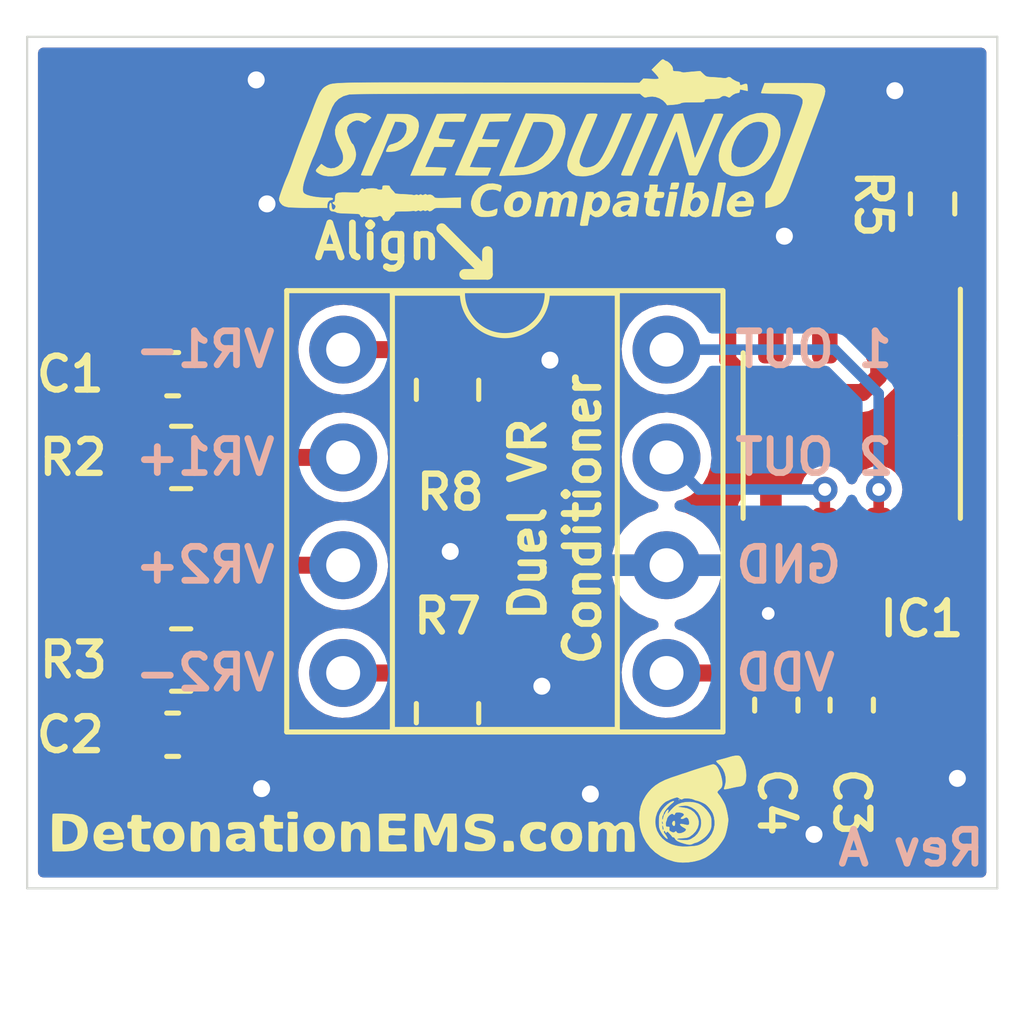
<source format=kicad_pcb>
(kicad_pcb (version 20211014) (generator pcbnew)
  (layers (0 "F.Cu" signal) (31 "B.Cu" signal) (34 "B.Paste" user) (35 "F.Paste" user) (36 "B.SilkS" user "B.Silkscreen") (37 "F.SilkS" user "F.Silkscreen") (38 "B.Mask" user) (39 "F.Mask" user) (44 "Edge.Cuts" user))
  (net 0 "")
  (net 1 "VR1+")
  (net 2 "VR2+")
  (net 3 "VDD")
  (net 4 "GND")
  (net 5 "VR1OUT")
  (net 6 "VR2OUT")
  (net 7 "Net-(C1-Pad2)")
  (net 8 "Net-(C2-Pad1)")
  (net 9 "Net-(C3-Pad1)")
  (net 10 "VR1-")
  (net 11 "VR2-")
  (footprint "Misc:DIP-8_W7.62mm_Socket_VRConditioner" (layer "F.Cu") (at 161.4974 90.1758)
    (fp_text reference "J1" hide)
    (fp_text value "Speedy VR Mount")
    (pad "1" thru_hole circle locked (at 0 0) (size 1.6 1.6) (drill 0.8) (layers *.Cu *.Mask) (net 10 "VR1-"))
    (pad "2" thru_hole oval locked (at 0 2.54) (size 1.6 1.6) (drill 0.8) (layers *.Cu *.Mask) (net 1 "VR1+"))
    (pad "3" thru_hole oval locked (at 0 5.08) (size 1.6 1.6) (drill 0.8) (layers *.Cu *.Mask) (net 2 "VR2+"))
    (pad "4" thru_hole oval locked (at 0 7.62) (size 1.6 1.6) (drill 0.8) (layers *.Cu *.Mask) (net 11 "VR2-"))
    (pad "5" thru_hole oval locked (at 7.62 7.62) (size 1.6 1.6) (drill 0.8) (layers *.Cu *.Mask) (net 3 "VDD"))
    (pad "6" thru_hole oval locked (at 7.62 5.08) (size 1.6 1.6) (drill 0.8) (layers *.Cu *.Mask) (net 4 "GND"))
    (pad "7" thru_hole oval locked (at 7.62 2.54) (size 1.6 1.6) (drill 0.8) (layers *.Cu *.Mask) (net 6 "VR2OUT"))
    (pad "8" thru_hole oval locked (at 7.62 0) (size 1.6 1.6) (drill 0.8) (layers *.Cu *.Mask) (net 5 "VR1OUT"))
  )
  (footprint "Capacitor_SMD:C_0603_1608Metric" (layer "F.Cu") (at 157.48 90.7542 180)
    (fp_text reference "C1" (at 2.413 0 unlocked) (layer "F.SilkS") (effects (font (size 0.8 0.8))))
    (fp_text value "22nF")
    (pad "1" smd roundrect locked (at -0.775 0 180) (size 0.9 0.95) (layers "F.Cu" "F.Paste" "F.Mask") (net 4 "GND"))
    (pad "2" smd roundrect locked (at 0.775 0 180) (size 0.9 0.95) (layers "F.Cu" "F.Paste" "F.Mask") (net 7 "Net-(C1-Pad2)"))
  )
  (footprint "Capacitor_SMD:C_0603_1608Metric" (layer "F.Cu") (at 157.48 99.2505)
    (fp_text reference "C2" (at -2.413 0 unlocked) (layer "F.SilkS") (effects (font (size 0.8 0.8))))
    (fp_text value "22nF")
    (pad "1" smd roundrect locked (at -0.775 0) (size 0.9 0.95) (layers "F.Cu" "F.Paste" "F.Mask") (net 8 "Net-(C2-Pad1)"))
    (pad "2" smd roundrect locked (at 0.775 0) (size 0.9 0.95) (layers "F.Cu" "F.Paste" "F.Mask") (net 4 "GND"))
  )
  (footprint "Capacitor_SMD:C_0603_1608Metric" (layer "F.Cu") (at 173.482 98.552 90)
    (fp_text reference "C3" (at -2.286 0 270 unlocked) (layer "F.SilkS") (effects (font (size 0.8 0.8))))
    (fp_text value "22nF")
    (pad "1" smd roundrect locked (at -0.775 0 90) (size 0.9 0.95) (layers "F.Cu" "F.Paste" "F.Mask") (net 9 "Net-(C3-Pad1)"))
    (pad "2" smd roundrect locked (at 0.775 0 90) (size 0.9 0.95) (layers "F.Cu" "F.Paste" "F.Mask") (net 3 "VDD"))
  )
  (footprint "Capacitor_SMD:C_0603_1608Metric" (layer "F.Cu") (at 171.704 98.552 -90)
    (fp_text reference "C4" (at 2.286 0 -90 unlocked) (layer "F.SilkS") (effects (font (size 0.8 0.8))))
    (fp_text value "220nF")
    (pad "1" smd roundrect locked (at -0.775 0 270) (size 0.9 0.95) (layers "F.Cu" "F.Paste" "F.Mask") (net 3 "VDD"))
    (pad "2" smd roundrect locked (at 0.775 0 270) (size 0.9 0.95) (layers "F.Cu" "F.Paste" "F.Mask") (net 4 "GND"))
  )
  (footprint "Package_SO:SO-8_3.9x4.9mm_P1.27mm" (layer "F.Cu") (at 173.482 92.202 -90)
    (fp_text reference "IC1" (at 4.318 -1.651 unlocked) (layer "F.SilkS") (effects (font (size 0.8 0.8))))
    (fp_text value "NCV1124")
    (pad "1" smd roundrect locked (at -2.575 -1.905 270) (size 1.75 0.6) (layers "F.Cu" "F.Paste" "F.Mask") (net 9 "Net-(C3-Pad1)"))
    (pad "2" smd roundrect locked (at -2.575 -0.635 270) (size 1.75 0.6) (layers "F.Cu" "F.Paste" "F.Mask") (net 7 "Net-(C1-Pad2)"))
    (pad "3" smd roundrect locked (at -2.575 0.635 270) (size 1.75 0.6) (layers "F.Cu" "F.Paste" "F.Mask") (net 8 "Net-(C2-Pad1)"))
    (pad "4" smd roundrect locked (at -2.575 1.905 270) (size 1.75 0.6) (layers "F.Cu" "F.Paste" "F.Mask") (net 4 "GND"))
    (pad "5" smd roundrect locked (at 2.575 1.905 270) (size 1.75 0.6) (layers "F.Cu" "F.Paste" "F.Mask") (net 4 "GND"))
    (pad "6" smd roundrect locked (at 2.575 0.635 270) (size 1.75 0.6) (layers "F.Cu" "F.Paste" "F.Mask") (net 6 "VR2OUT"))
    (pad "7" smd roundrect locked (at 2.575 -0.635 270) (size 1.75 0.6) (layers "F.Cu" "F.Paste" "F.Mask") (net 5 "VR1OUT"))
    (pad "8" smd roundrect locked (at 2.575 -1.905 270) (size 1.75 0.6) (layers "F.Cu" "F.Paste" "F.Mask") (net 3 "VDD"))
  )
  (footprint "Resistor_SMD:R_0805_2012Metric" (layer "F.Cu") (at 157.68 92.7168)
    (fp_text reference "R2" (at -2.548 0 unlocked) (layer "F.SilkS") (effects (font (size 0.8 0.8))))
    (fp_text value "16k")
    (pad "1" smd roundrect locked (at -0.9125 0) (size 1.025 1.4) (layers "F.Cu" "F.Paste" "F.Mask") (roundrect_rratio 0.243902) (net 7 "Net-(C1-Pad2)"))
    (pad "2" smd roundrect locked (at 0.9125 0) (size 1.025 1.4) (layers "F.Cu" "F.Paste" "F.Mask") (roundrect_rratio 0.243902) (net 1 "VR1+"))
  )
  (footprint "Resistor_SMD:R_0805_2012Metric" (layer "F.Cu") (at 157.68 97.4902)
    (fp_text reference "R3" (at -2.54 0 unlocked) (layer "F.SilkS") (effects (font (size 0.8 0.8))))
    (fp_text value "16k")
    (pad "1" smd roundrect locked (at -0.9125 0) (size 1.025 1.4) (layers "F.Cu" "F.Paste" "F.Mask") (roundrect_rratio 0.243902) (net 8 "Net-(C2-Pad1)"))
    (pad "2" smd roundrect locked (at 0.9125 0) (size 1.025 1.4) (layers "F.Cu" "F.Paste" "F.Mask") (roundrect_rratio 0.243902) (net 2 "VR2+"))
  )
  (footprint "Resistor_SMD:R_0603_1608Metric" (layer "F.Cu") (at 175.387 86.741 -90)
    (fp_text reference "R5" (at 0 1.397 -90 unlocked) (layer "F.SilkS") (effects (font (size 0.8 0.8))))
    (fp_text value "18k")
    (pad "1" smd roundrect locked (at -0.825 0 270) (size 0.8 0.95) (layers "F.Cu" "F.Paste" "F.Mask") (net 4 "GND"))
    (pad "2" smd roundrect locked (at 0.825 0 270) (size 0.8 0.95) (layers "F.Cu" "F.Paste" "F.Mask") (net 9 "Net-(C3-Pad1)"))
  )
  (footprint "Resistor_SMD:R_0805_2012Metric" (layer "F.Cu") (at 163.957 98.7425 -90)
    (fp_text reference "R7" (at -2.286 0 unlocked) (layer "F.SilkS") (effects (font (size 0.8 0.8))))
    (fp_text value "1k")
    (pad "1" smd roundrect locked (at -0.9125 0 270) (size 1.025 1.4) (layers "F.Cu" "F.Paste" "F.Mask") (roundrect_rratio 0.243902) (net 11 "VR2-"))
    (pad "2" smd roundrect locked (at 0.9125 0 270) (size 1.025 1.4) (layers "F.Cu" "F.Paste" "F.Mask") (roundrect_rratio 0.243902) (net 4 "GND"))
  )
  (footprint "Resistor_SMD:R_0805_2012Metric" (layer "F.Cu") (at 163.957 91.1225 -90)
    (fp_text reference "R8" (at 2.413 -0.0635 unlocked) (layer "F.SilkS") (effects (font (size 0.8 0.8))))
    (fp_text value "1k")
    (pad "1" smd roundrect locked (at -0.9125 0 270) (size 1.025 1.4) (layers "F.Cu" "F.Paste" "F.Mask") (roundrect_rratio 0.243902) (net 10 "VR1-"))
    (pad "2" smd roundrect locked (at 0.9125 0 270) (size 1.025 1.4) (layers "F.Cu" "F.Paste" "F.Mask") (roundrect_rratio 0.243902) (net 4 "GND"))
  )
  (footprint "Detonation:SpeeduinoCompatible-14mm" (layer "F.Cu") (at 166.4208 85.2424)
    (fp_text reference "G1" hide)
    (fp_text value "Logo_Open_Hardware_Small" hide)
  )
  (footprint "Detonation:DetonationEMS-17mm" (layer "F.Cu") (at 162.814 100.9904)
    (fp_text reference "G2" hide)
    (fp_text value "Logo_Open_Hardware_Small" hide)
  )
  (gr_line (start 154.051 102.87) (end 154.051 82.804) (layer "Edge.Cuts") (width 0.05))
  (gr_line (start 176.911 102.87) (end 154.051 102.87) (layer "Edge.Cuts") (width 0.05))
  (gr_line (start 176.911 82.804) (end 176.911 102.87) (layer "Edge.Cuts") (width 0.05))
  (gr_line (start 154.051 82.804) (end 176.911 82.804) (layer "Edge.Cuts") (width 0.05))
  (gr_text "VR2-" (at 158.242 97.79) (layer "B.SilkS") (effects (font (size 0.8 0.8) (thickness 0.16)) (justify mirror)))
  (gr_text "1 OUT" (at 172.586857 90.17) (layer "B.SilkS") (effects (font (size 0.8 0.8) (thickness 0.16)) (justify mirror)))
  (gr_text "GND" (at 171.996476 95.25) (layer "B.SilkS") (effects (font (size 0.8 0.8) (thickness 0.16)) (justify mirror)))
  (gr_text "2 OUT" (at 172.586857 92.71) (layer "B.SilkS") (effects (font (size 0.8 0.8) (thickness 0.16)) (justify mirror)))
  (gr_text "VDD" (at 171.920285 97.79) (layer "B.SilkS") (effects (font (size 0.8 0.8) (thickness 0.16)) (justify mirror)))
  (gr_text "Rev A" (at 174.879 101.9175) (layer "B.SilkS") (effects (font (size 0.8 0.8) (thickness 0.16)) (justify mirror)))
  (gr_text "VR2+" (at 158.242 95.25) (layer "B.SilkS") (effects (font (size 0.8 0.8) (thickness 0.16)) (justify mirror)))
  (gr_text "VR1-" (at 158.242 90.17) (layer "B.SilkS") (effects (font (size 0.8 0.8) (thickness 0.16)) (justify mirror)))
  (gr_text "VR1+" (at 158.242 92.71) (layer "B.SilkS") (effects (font (size 0.8 0.8) (thickness 0.16)) (justify mirror)))
  (gr_text "→" (at 164.465 87.757 -45) (layer "F.SilkS") (effects (font (size 2 2) (thickness 0.25))))
  (gr_text "Duel VR\nConditioner" (at 166.497 94.1705 90) (layer "F.SilkS") (effects (font (size 0.8 0.8) (thickness 0.16))))
  (gr_text "Align" (at 162.306 87.63) (layer "F.SilkS") (effects (font (size 0.8 0.8) (thickness 0.16))))
  (segment (start 158.5935 92.7158) (end 158.5925 92.7168) (width 0.4) (layer "F.Cu") (net 1))
  (segment (start 161.4974 92.7158) (end 158.5935 92.7158) (width 0.4) (layer "F.Cu") (net 1))
  (segment (start 158.5925 95.5099) (end 158.5925 97.4902) (width 0.4) (layer "F.Cu") (net 2))
  (segment (start 158.8466 95.2558) (end 158.5925 95.5099) (width 0.4) (layer "F.Cu") (net 2))
  (segment (start 161.4974 95.2558) (end 158.8466 95.2558) (width 0.4) (layer "F.Cu") (net 2))
  (segment (start 169.1174 97.7958) (end 175.1388 97.7958) (width 0.4) (layer "F.Cu") (net 3))
  (segment (start 175.387 97.5476) (end 175.1388 97.7958) (width 0.4) (layer "F.Cu") (net 3))
  (segment (start 175.387 94.777) (end 175.387 97.5476) (width 0.4) (layer "F.Cu") (net 3))
  (via (at 159.7025 86.741) (size 0.9) (drill 0.4) (layers "F.Cu" "B.Cu") (net 4))
  (via (at 166.1795 98.1075) (size 0.9) (drill 0.4) (layers "F.Cu" "B.Cu") (net 4))
  (via (at 159.4485 83.82) (size 0.9) (drill 0.4) (layers "F.Cu" "B.Cu") (net 4))
  (via (at 167.3225 100.6475) (size 0.9) (drill 0.4) (layers "F.Cu" "B.Cu") (net 4))
  (via (at 159.5755 100.5205) (size 0.9) (drill 0.4) (layers "F.Cu" "B.Cu") (net 4))
  (via (at 174.498 84.074) (size 0.9) (drill 0.4) (layers "F.Cu" "B.Cu") (net 4))
  (via (at 171.5135 96.393) (size 0.6) (drill 0.3) (layers "F.Cu" "B.Cu") (net 4))
  (via (at 175.9712 100.2792) (size 0.9) (drill 0.4) (layers "F.Cu" "B.Cu") (net 4))
  (via (at 164.0205 94.9325) (size 0.9) (drill 0.4) (layers "F.Cu" "B.Cu") (net 4))
  (via (at 171.8945 87.503) (size 0.9) (drill 0.4) (layers "F.Cu" "B.Cu") (net 4))
  (via (at 166.37 90.424) (size 0.9) (drill 0.4) (layers "F.Cu" "B.Cu") (net 4))
  (via (at 172.593 101.6) (size 0.9) (drill 0.4) (layers "F.Cu" "B.Cu") (net 4))
  (segment (start 174.117 94.777) (end 174.117 93.472) (width 0.25) (layer "F.Cu") (net 5))
  (via (at 174.117 93.472) (size 0.6) (drill 0.3) (layers "F.Cu" "B.Cu") (net 5))
  (segment (start 174.117 93.472) (end 174.117 91.2114) (width 0.25) (layer "B.Cu") (net 5))
  (segment (start 174.117 91.2114) (end 173.0814 90.1758) (width 0.25) (layer "B.Cu") (net 5))
  (segment (start 173.0814 90.1758) (end 169.1174 90.1758) (width 0.25) (layer "B.Cu") (net 5))
  (segment (start 172.847 94.777) (end 172.847 93.472) (width 0.25) (layer "F.Cu") (net 6))
  (via (at 172.847 93.472) (size 0.6) (drill 0.3) (layers "F.Cu" "B.Cu") (net 6))
  (segment (start 172.847 93.472) (end 169.8736 93.472) (width 0.25) (layer "B.Cu") (net 6))
  (segment (start 169.8736 93.472) (end 169.1174 92.7158) (width 0.25) (layer "B.Cu") (net 6))
  (segment (start 170.18 87.884) (end 157.099 87.884) (width 0.4) (layer "F.Cu") (net 7))
  (segment (start 174.117 89.627) (end 174.117 90.805) (width 0.4) (layer "F.Cu") (net 7))
  (segment (start 156.705 92.6543) (end 156.7675 92.7168) (width 0.4) (layer "F.Cu") (net 7))
  (segment (start 157.099 87.884) (end 156.705 88.278) (width 0.4) (layer "F.Cu") (net 7))
  (segment (start 170.561 88.265) (end 170.18 87.884) (width 0.4) (layer "F.Cu") (net 7))
  (segment (start 174.117 90.805) (end 173.736 91.186) (width 0.4) (layer "F.Cu") (net 7))
  (segment (start 156.705 90.7542) (end 156.705 92.6543) (width 0.4) (layer "F.Cu") (net 7))
  (segment (start 156.705 88.278) (end 156.705 90.7542) (width 0.4) (layer "F.Cu") (net 7))
  (segment (start 171.323 91.186) (end 170.561 90.424) (width 0.4) (layer "F.Cu") (net 7))
  (segment (start 170.561 90.424) (end 170.561 88.265) (width 0.4) (layer "F.Cu") (net 7))
  (segment (start 173.736 91.186) (end 171.323 91.186) (width 0.4) (layer "F.Cu") (net 7))
  (segment (start 155.5292 97.4902) (end 156.7675 97.4902) (width 0.4) (layer "F.Cu") (net 8))
  (segment (start 156.7675 97.4902) (end 156.7675 99.188) (width 0.4) (layer "F.Cu") (net 8))
  (segment (start 156.7675 99.188) (end 156.705 99.2505) (width 0.4) (layer "F.Cu") (net 8))
  (segment (start 155.321 97.282) (end 155.5292 97.4902) (width 0.4) (layer "F.Cu") (net 8))
  (segment (start 172.847 89.627) (end 172.847 86.36) (width 0.4) (layer "F.Cu") (net 8))
  (segment (start 172.212 85.725) (end 155.575 85.725) (width 0.4) (layer "F.Cu") (net 8))
  (segment (start 172.847 86.36) (end 172.212 85.725) (width 0.4) (layer "F.Cu") (net 8))
  (segment (start 155.321 85.979) (end 155.321 97.282) (width 0.4) (layer "F.Cu") (net 8))
  (segment (start 155.575 85.725) (end 155.321 85.979) (width 0.4) (layer "F.Cu") (net 8))
  (segment (start 175.387 89.627) (end 176.276 90.516) (width 0.4) (layer "F.Cu") (net 9))
  (segment (start 176.276 90.516) (end 176.276 98.679) (width 0.4) (layer "F.Cu") (net 9))
  (segment (start 175.387 87.566) (end 175.387 89.627) (width 0.4) (layer "F.Cu") (net 9))
  (segment (start 175.628 99.327) (end 173.482 99.327) (width 0.4) (layer "F.Cu") (net 9))
  (segment (start 176.276 98.679) (end 175.628 99.327) (width 0.4) (layer "F.Cu") (net 9))
  (segment (start 163.9228 90.1758) (end 163.957 90.21) (width 0.4) (layer "F.Cu") (net 10))
  (segment (start 161.4974 90.1758) (end 163.9228 90.1758) (width 0.4) (layer "F.Cu") (net 10))
  (segment (start 163.9228 97.7958) (end 163.957 97.83) (width 0.4) (layer "F.Cu") (net 11))
  (segment (start 161.4974 97.7958) (end 163.9228 97.7958) (width 0.4) (layer "F.Cu") (net 11))
  (zone (net 4) (net_name "GND") (layer "F.Cu") (connect_pads (clearance 0.254)) (min_thickness 0.254) (fill yes (thermal_gap 0.508) (thermal_bridge_width 0.508))
    (polygon (pts (xy 177.546 103.886) (xy 153.416 103.886) (xy 153.416 82.296) (xy 177.546 82.296)))
  )
  (zone (net 4) (net_name "GND") (layer "B.Cu") (connect_pads (clearance 0.254)) (min_thickness 0.254) (fill yes (thermal_gap 0.508) (thermal_bridge_width 0.508))
    (polygon (pts (xy 177.546 103.378) (xy 153.416 103.378) (xy 153.416 82.296) (xy 177.546 82.296)))
  )
)
</source>
